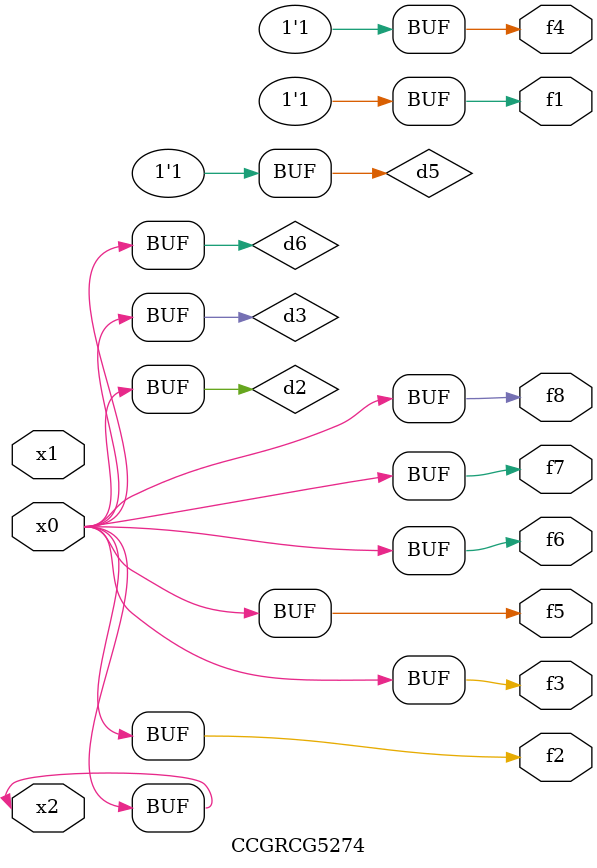
<source format=v>
module CCGRCG5274(
	input x0, x1, x2,
	output f1, f2, f3, f4, f5, f6, f7, f8
);

	wire d1, d2, d3, d4, d5, d6;

	xnor (d1, x2);
	buf (d2, x0, x2);
	and (d3, x0);
	xnor (d4, x1, x2);
	nand (d5, d1, d3);
	buf (d6, d2, d3);
	assign f1 = d5;
	assign f2 = d6;
	assign f3 = d6;
	assign f4 = d5;
	assign f5 = d6;
	assign f6 = d6;
	assign f7 = d6;
	assign f8 = d6;
endmodule

</source>
